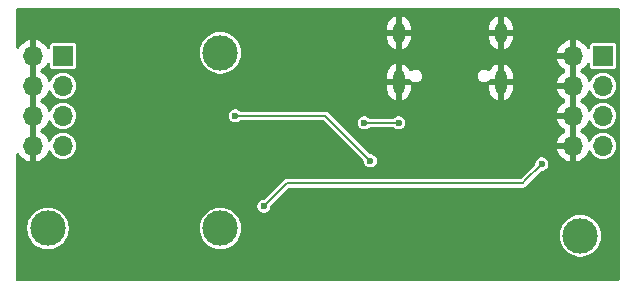
<source format=gbr>
%TF.GenerationSoftware,KiCad,Pcbnew,9.0.0*%
%TF.CreationDate,2025-03-06T17:29:06-05:00*%
%TF.ProjectId,USB-C-PD-Controller,5553422d-432d-4504-942d-436f6e74726f,rev?*%
%TF.SameCoordinates,Original*%
%TF.FileFunction,Copper,L2,Bot*%
%TF.FilePolarity,Positive*%
%FSLAX46Y46*%
G04 Gerber Fmt 4.6, Leading zero omitted, Abs format (unit mm)*
G04 Created by KiCad (PCBNEW 9.0.0) date 2025-03-06 17:29:06*
%MOMM*%
%LPD*%
G01*
G04 APERTURE LIST*
%TA.AperFunction,HeatsinkPad*%
%ADD10O,1.000000X2.100000*%
%TD*%
%TA.AperFunction,HeatsinkPad*%
%ADD11O,1.000000X1.800000*%
%TD*%
%TA.AperFunction,ComponentPad*%
%ADD12C,3.000000*%
%TD*%
%TA.AperFunction,ComponentPad*%
%ADD13R,1.700000X1.700000*%
%TD*%
%TA.AperFunction,ComponentPad*%
%ADD14O,1.700000X1.700000*%
%TD*%
%TA.AperFunction,ViaPad*%
%ADD15C,0.600000*%
%TD*%
%TA.AperFunction,Conductor*%
%ADD16C,0.203200*%
%TD*%
G04 APERTURE END LIST*
D10*
%TO.P,J201,S1,SHIELD*%
%TO.N,GNDD*%
X150370000Y-111078500D03*
D11*
X150370000Y-106898500D03*
D10*
X141730000Y-111078500D03*
D11*
X141730000Y-106898500D03*
%TD*%
D12*
%TO.P,TP201,1,1*%
%TO.N,/USB-C PD Controller/V_USB*%
X126617000Y-123467500D03*
%TD*%
%TO.P,TP203,1,1*%
%TO.N,+15V*%
X112014000Y-123467500D03*
%TD*%
%TO.P,TP202,1,1*%
%TO.N,/USB-C PD Controller/VDDD*%
X126619000Y-108608500D03*
%TD*%
%TO.P,TP204,1,1*%
%TO.N,+5V*%
X157099000Y-124102500D03*
%TD*%
D13*
%TO.P,J1,1,Pin_1*%
%TO.N,+15V*%
X113284000Y-108862500D03*
D14*
%TO.P,J1,2,Pin_2*%
%TO.N,GNDD*%
X110744000Y-108862500D03*
%TO.P,J1,3,Pin_3*%
%TO.N,+15V*%
X113284000Y-111402500D03*
%TO.P,J1,4,Pin_4*%
%TO.N,GNDD*%
X110744000Y-111402500D03*
%TO.P,J1,5,Pin_5*%
%TO.N,+15V*%
X113284000Y-113942500D03*
%TO.P,J1,6,Pin_6*%
%TO.N,GNDD*%
X110744000Y-113942500D03*
%TO.P,J1,7,Pin_7*%
%TO.N,+15V*%
X113284000Y-116482500D03*
%TO.P,J1,8,Pin_8*%
%TO.N,GNDD*%
X110744000Y-116482500D03*
%TD*%
D13*
%TO.P,J2,1,Pin_1*%
%TO.N,+5V*%
X159004000Y-108862500D03*
D14*
%TO.P,J2,2,Pin_2*%
%TO.N,GNDD*%
X156464000Y-108862500D03*
%TO.P,J2,3,Pin_3*%
%TO.N,+5V*%
X159004000Y-111402500D03*
%TO.P,J2,4,Pin_4*%
%TO.N,GNDD*%
X156464000Y-111402500D03*
%TO.P,J2,5,Pin_5*%
%TO.N,+5V*%
X159004000Y-113942500D03*
%TO.P,J2,6,Pin_6*%
%TO.N,GNDD*%
X156464000Y-113942500D03*
%TO.P,J2,7,Pin_7*%
%TO.N,+5V*%
X159004000Y-116482500D03*
%TO.P,J2,8,Pin_8*%
%TO.N,GNDD*%
X156464000Y-116482500D03*
%TD*%
D15*
%TO.N,GNDD*%
X132588000Y-108354500D03*
X129120500Y-110171000D03*
X137668000Y-108354500D03*
X127635000Y-116736500D03*
X135890000Y-108354500D03*
X133731000Y-117625500D03*
X146050000Y-115924094D03*
X133731000Y-122959500D03*
X138176000Y-120927500D03*
X136779000Y-112926500D03*
X151511000Y-113434500D03*
X135382000Y-122959500D03*
X134239000Y-108354500D03*
%TO.N,+15V*%
X127889000Y-113942500D03*
X139319000Y-117752500D03*
%TO.N,/USB-C PD Controller/V_USB*%
X141700373Y-114545873D03*
X138811000Y-114545873D03*
%TO.N,Net-(Q203A-G1)*%
X130302000Y-121606373D03*
X153840000Y-118025500D03*
%TD*%
D16*
%TO.N,+15V*%
X139319000Y-117752500D02*
X135509000Y-113942500D01*
X135509000Y-113942500D02*
X127889000Y-113942500D01*
%TO.N,/USB-C PD Controller/V_USB*%
X138811000Y-114545873D02*
X141700373Y-114545873D01*
%TO.N,Net-(Q203A-G1)*%
X132250873Y-119657500D02*
X152208000Y-119657500D01*
X130302000Y-121606373D02*
X132250873Y-119657500D01*
X130300000Y-121633873D02*
X130327500Y-121606373D01*
X152362500Y-119503000D02*
X153840000Y-118025500D01*
X152208000Y-119657500D02*
X152362500Y-119503000D01*
%TD*%
%TA.AperFunction,Conductor*%
%TO.N,GNDD*%
G36*
X156714000Y-116049488D02*
G01*
X156656993Y-116016575D01*
X156529826Y-115982500D01*
X156398174Y-115982500D01*
X156271007Y-116016575D01*
X156214000Y-116049488D01*
X156214000Y-114375512D01*
X156271007Y-114408425D01*
X156398174Y-114442500D01*
X156529826Y-114442500D01*
X156656993Y-114408425D01*
X156714000Y-114375512D01*
X156714000Y-116049488D01*
G37*
%TD.AperFunction*%
%TA.AperFunction,Conductor*%
G36*
X156714000Y-113509488D02*
G01*
X156656993Y-113476575D01*
X156529826Y-113442500D01*
X156398174Y-113442500D01*
X156271007Y-113476575D01*
X156214000Y-113509488D01*
X156214000Y-111835512D01*
X156271007Y-111868425D01*
X156398174Y-111902500D01*
X156529826Y-111902500D01*
X156656993Y-111868425D01*
X156714000Y-111835512D01*
X156714000Y-113509488D01*
G37*
%TD.AperFunction*%
%TA.AperFunction,Conductor*%
G36*
X156714000Y-110969488D02*
G01*
X156656993Y-110936575D01*
X156529826Y-110902500D01*
X156398174Y-110902500D01*
X156271007Y-110936575D01*
X156214000Y-110969488D01*
X156214000Y-109295512D01*
X156271007Y-109328425D01*
X156398174Y-109362500D01*
X156529826Y-109362500D01*
X156656993Y-109328425D01*
X156714000Y-109295512D01*
X156714000Y-110969488D01*
G37*
%TD.AperFunction*%
%TA.AperFunction,Conductor*%
G36*
X160351539Y-104810685D02*
G01*
X160397294Y-104863489D01*
X160408500Y-104915000D01*
X160408500Y-127796000D01*
X160388815Y-127863039D01*
X160336011Y-127908794D01*
X160284500Y-127920000D01*
X109463500Y-127920000D01*
X109396461Y-127900315D01*
X109350706Y-127847511D01*
X109339500Y-127796000D01*
X109339500Y-123352510D01*
X110259500Y-123352510D01*
X110259500Y-123582489D01*
X110259501Y-123582505D01*
X110289518Y-123810509D01*
X110289519Y-123810514D01*
X110289520Y-123810520D01*
X110336944Y-123987510D01*
X110349046Y-124032675D01*
X110349049Y-124032685D01*
X110437057Y-124245154D01*
X110437061Y-124245164D01*
X110552055Y-124444339D01*
X110692064Y-124626803D01*
X110692070Y-124626810D01*
X110854689Y-124789429D01*
X110854696Y-124789435D01*
X111037160Y-124929444D01*
X111236335Y-125044438D01*
X111236336Y-125044438D01*
X111236339Y-125044440D01*
X111448824Y-125132454D01*
X111670980Y-125191980D01*
X111899004Y-125222000D01*
X111899011Y-125222000D01*
X112128989Y-125222000D01*
X112128996Y-125222000D01*
X112357020Y-125191980D01*
X112579176Y-125132454D01*
X112791661Y-125044440D01*
X112990840Y-124929444D01*
X113173305Y-124789434D01*
X113335934Y-124626805D01*
X113475944Y-124444340D01*
X113590940Y-124245161D01*
X113678954Y-124032676D01*
X113738480Y-123810520D01*
X113768500Y-123582496D01*
X113768500Y-123352510D01*
X124862500Y-123352510D01*
X124862500Y-123582489D01*
X124862501Y-123582505D01*
X124892518Y-123810509D01*
X124892519Y-123810514D01*
X124892520Y-123810520D01*
X124939944Y-123987510D01*
X124952046Y-124032675D01*
X124952049Y-124032685D01*
X125040057Y-124245154D01*
X125040061Y-124245164D01*
X125155055Y-124444339D01*
X125295064Y-124626803D01*
X125295070Y-124626810D01*
X125457689Y-124789429D01*
X125457696Y-124789435D01*
X125640160Y-124929444D01*
X125839335Y-125044438D01*
X125839336Y-125044438D01*
X125839339Y-125044440D01*
X126051824Y-125132454D01*
X126273980Y-125191980D01*
X126502004Y-125222000D01*
X126502011Y-125222000D01*
X126731989Y-125222000D01*
X126731996Y-125222000D01*
X126960020Y-125191980D01*
X127182176Y-125132454D01*
X127394661Y-125044440D01*
X127593840Y-124929444D01*
X127776305Y-124789434D01*
X127938934Y-124626805D01*
X128078944Y-124444340D01*
X128193940Y-124245161D01*
X128281954Y-124032676D01*
X128294056Y-123987510D01*
X155344500Y-123987510D01*
X155344500Y-124217489D01*
X155344501Y-124217505D01*
X155374518Y-124445509D01*
X155374519Y-124445514D01*
X155374520Y-124445520D01*
X155423095Y-124626805D01*
X155434046Y-124667675D01*
X155434049Y-124667685D01*
X155522057Y-124880154D01*
X155522061Y-124880164D01*
X155637055Y-125079339D01*
X155777064Y-125261803D01*
X155777070Y-125261810D01*
X155939689Y-125424429D01*
X155939696Y-125424435D01*
X156122160Y-125564444D01*
X156321335Y-125679438D01*
X156321336Y-125679438D01*
X156321339Y-125679440D01*
X156533824Y-125767454D01*
X156755980Y-125826980D01*
X156984004Y-125857000D01*
X156984011Y-125857000D01*
X157213989Y-125857000D01*
X157213996Y-125857000D01*
X157442020Y-125826980D01*
X157664176Y-125767454D01*
X157876661Y-125679440D01*
X158075840Y-125564444D01*
X158258305Y-125424434D01*
X158420934Y-125261805D01*
X158560944Y-125079340D01*
X158675940Y-124880161D01*
X158763954Y-124667676D01*
X158823480Y-124445520D01*
X158853500Y-124217496D01*
X158853500Y-123987504D01*
X158823480Y-123759480D01*
X158763954Y-123537324D01*
X158675940Y-123324839D01*
X158560944Y-123125660D01*
X158420934Y-122943195D01*
X158420929Y-122943189D01*
X158258310Y-122780570D01*
X158258303Y-122780564D01*
X158075839Y-122640555D01*
X157876664Y-122525561D01*
X157876654Y-122525557D01*
X157664185Y-122437549D01*
X157664178Y-122437547D01*
X157664176Y-122437546D01*
X157442020Y-122378020D01*
X157442014Y-122378019D01*
X157442009Y-122378018D01*
X157214005Y-122348001D01*
X157214002Y-122348000D01*
X157213996Y-122348000D01*
X156984004Y-122348000D01*
X156983998Y-122348000D01*
X156983994Y-122348001D01*
X156755990Y-122378018D01*
X156755983Y-122378019D01*
X156755980Y-122378020D01*
X156533824Y-122437546D01*
X156533814Y-122437549D01*
X156321345Y-122525557D01*
X156321335Y-122525561D01*
X156122160Y-122640555D01*
X155939696Y-122780564D01*
X155939689Y-122780570D01*
X155777070Y-122943189D01*
X155777064Y-122943196D01*
X155637055Y-123125660D01*
X155522061Y-123324835D01*
X155522057Y-123324845D01*
X155434049Y-123537314D01*
X155434046Y-123537324D01*
X155374521Y-123759477D01*
X155374518Y-123759490D01*
X155344501Y-123987494D01*
X155344500Y-123987510D01*
X128294056Y-123987510D01*
X128341480Y-123810520D01*
X128371500Y-123582496D01*
X128371500Y-123352504D01*
X128341480Y-123124480D01*
X128281954Y-122902324D01*
X128193940Y-122689839D01*
X128165486Y-122640556D01*
X128078944Y-122490660D01*
X127938935Y-122308196D01*
X127938929Y-122308189D01*
X127776310Y-122145570D01*
X127776303Y-122145564D01*
X127593839Y-122005555D01*
X127394664Y-121890561D01*
X127394654Y-121890557D01*
X127182185Y-121802549D01*
X127182178Y-121802547D01*
X127182176Y-121802546D01*
X126960020Y-121743020D01*
X126960014Y-121743019D01*
X126960009Y-121743018D01*
X126732005Y-121713001D01*
X126732002Y-121713000D01*
X126731996Y-121713000D01*
X126502004Y-121713000D01*
X126501998Y-121713000D01*
X126501994Y-121713001D01*
X126273990Y-121743018D01*
X126273983Y-121743019D01*
X126273980Y-121743020D01*
X126051824Y-121802546D01*
X126051814Y-121802549D01*
X125839345Y-121890557D01*
X125839335Y-121890561D01*
X125640160Y-122005555D01*
X125457696Y-122145564D01*
X125457689Y-122145570D01*
X125295070Y-122308189D01*
X125295064Y-122308196D01*
X125155055Y-122490660D01*
X125040061Y-122689835D01*
X125040057Y-122689845D01*
X124952049Y-122902314D01*
X124952046Y-122902324D01*
X124941095Y-122943196D01*
X124892521Y-123124477D01*
X124892518Y-123124490D01*
X124862501Y-123352494D01*
X124862500Y-123352510D01*
X113768500Y-123352510D01*
X113768500Y-123352504D01*
X113738480Y-123124480D01*
X113678954Y-122902324D01*
X113590940Y-122689839D01*
X113562486Y-122640556D01*
X113475944Y-122490660D01*
X113335935Y-122308196D01*
X113335929Y-122308189D01*
X113173310Y-122145570D01*
X113173303Y-122145564D01*
X112990839Y-122005555D01*
X112791664Y-121890561D01*
X112791654Y-121890557D01*
X112579185Y-121802549D01*
X112579178Y-121802547D01*
X112579176Y-121802546D01*
X112357020Y-121743020D01*
X112357014Y-121743019D01*
X112357009Y-121743018D01*
X112129005Y-121713001D01*
X112129002Y-121713000D01*
X112128996Y-121713000D01*
X111899004Y-121713000D01*
X111898998Y-121713000D01*
X111898994Y-121713001D01*
X111670990Y-121743018D01*
X111670983Y-121743019D01*
X111670980Y-121743020D01*
X111448824Y-121802546D01*
X111448814Y-121802549D01*
X111236345Y-121890557D01*
X111236335Y-121890561D01*
X111037160Y-122005555D01*
X110854696Y-122145564D01*
X110854689Y-122145570D01*
X110692070Y-122308189D01*
X110692064Y-122308196D01*
X110552055Y-122490660D01*
X110437061Y-122689835D01*
X110437057Y-122689845D01*
X110349049Y-122902314D01*
X110349046Y-122902324D01*
X110338095Y-122943196D01*
X110289521Y-123124477D01*
X110289518Y-123124490D01*
X110259501Y-123352494D01*
X110259500Y-123352510D01*
X109339500Y-123352510D01*
X109339500Y-121533372D01*
X129747500Y-121533372D01*
X129747500Y-121679374D01*
X129780505Y-121802549D01*
X129785288Y-121820401D01*
X129785289Y-121820404D01*
X129858286Y-121946840D01*
X129858288Y-121946843D01*
X129858289Y-121946844D01*
X129961529Y-122050084D01*
X130087971Y-122123085D01*
X130228999Y-122160873D01*
X130229001Y-122160873D01*
X130374999Y-122160873D01*
X130375001Y-122160873D01*
X130516029Y-122123085D01*
X130642471Y-122050084D01*
X130745711Y-121946844D01*
X130818712Y-121820402D01*
X130856500Y-121679374D01*
X130856500Y-121606837D01*
X130876185Y-121539798D01*
X130892819Y-121519156D01*
X132362056Y-120049919D01*
X132423379Y-120016434D01*
X132449737Y-120013600D01*
X152254878Y-120013600D01*
X152254881Y-120013600D01*
X152300165Y-120001466D01*
X152345447Y-119989334D01*
X152345447Y-119989333D01*
X152345450Y-119989333D01*
X152426651Y-119942451D01*
X152647451Y-119721651D01*
X153752783Y-118616319D01*
X153814106Y-118582834D01*
X153840464Y-118580000D01*
X153912999Y-118580000D01*
X153913001Y-118580000D01*
X154054029Y-118542212D01*
X154180471Y-118469211D01*
X154283711Y-118365971D01*
X154356712Y-118239529D01*
X154394500Y-118098501D01*
X154394500Y-117952499D01*
X154356712Y-117811471D01*
X154320211Y-117748250D01*
X154283713Y-117685032D01*
X154283709Y-117685027D01*
X154180472Y-117581790D01*
X154180467Y-117581786D01*
X154054031Y-117508789D01*
X154054030Y-117508788D01*
X154054029Y-117508788D01*
X153913001Y-117471000D01*
X153766999Y-117471000D01*
X153625971Y-117508788D01*
X153625968Y-117508789D01*
X153499532Y-117581786D01*
X153499527Y-117581790D01*
X153396290Y-117685027D01*
X153396286Y-117685032D01*
X153323289Y-117811468D01*
X153323288Y-117811471D01*
X153285500Y-117952499D01*
X153285500Y-118025036D01*
X153265815Y-118092075D01*
X153249181Y-118112717D01*
X152096817Y-119265081D01*
X152035494Y-119298566D01*
X152009136Y-119301400D01*
X132305366Y-119301400D01*
X132305350Y-119301399D01*
X132297754Y-119301399D01*
X132203992Y-119301399D01*
X132203990Y-119301399D01*
X132132563Y-119320537D01*
X132132562Y-119320538D01*
X132124473Y-119322705D01*
X132113424Y-119325666D01*
X132113422Y-119325667D01*
X132032222Y-119372549D01*
X132032219Y-119372551D01*
X130389217Y-121015554D01*
X130327894Y-121049039D01*
X130301536Y-121051873D01*
X130228999Y-121051873D01*
X130087971Y-121089661D01*
X130087968Y-121089662D01*
X129961532Y-121162659D01*
X129961527Y-121162663D01*
X129858290Y-121265900D01*
X129858286Y-121265905D01*
X129785289Y-121392341D01*
X129785288Y-121392344D01*
X129747500Y-121533372D01*
X109339500Y-121533372D01*
X109339500Y-117216140D01*
X109359185Y-117149101D01*
X109411989Y-117103346D01*
X109481147Y-117093402D01*
X109544703Y-117122427D01*
X109573985Y-117159845D01*
X109589379Y-117190058D01*
X109714272Y-117361959D01*
X109714276Y-117361964D01*
X109864535Y-117512223D01*
X109864540Y-117512227D01*
X110036442Y-117637120D01*
X110225782Y-117733595D01*
X110427871Y-117799257D01*
X110494000Y-117809731D01*
X110494000Y-116915512D01*
X110551007Y-116948425D01*
X110678174Y-116982500D01*
X110809826Y-116982500D01*
X110936993Y-116948425D01*
X110994000Y-116915512D01*
X110994000Y-117809731D01*
X111060126Y-117799257D01*
X111060129Y-117799257D01*
X111262217Y-117733595D01*
X111451557Y-117637120D01*
X111623459Y-117512227D01*
X111623464Y-117512223D01*
X111773723Y-117361964D01*
X111773727Y-117361959D01*
X111898620Y-117190057D01*
X111995093Y-117000721D01*
X112025134Y-116908262D01*
X112064571Y-116850586D01*
X112128929Y-116823387D01*
X112197776Y-116835301D01*
X112249252Y-116882544D01*
X112258197Y-116902125D01*
X112258554Y-116901978D01*
X112260417Y-116906475D01*
X112260419Y-116906478D01*
X112260420Y-116906481D01*
X112339347Y-117061384D01*
X112441535Y-117202033D01*
X112564467Y-117324965D01*
X112705116Y-117427153D01*
X112791171Y-117471000D01*
X112860021Y-117506081D01*
X113025358Y-117559802D01*
X113025359Y-117559802D01*
X113025362Y-117559803D01*
X113197074Y-117587000D01*
X113197075Y-117587000D01*
X113370925Y-117587000D01*
X113370926Y-117587000D01*
X113542638Y-117559803D01*
X113542641Y-117559802D01*
X113542642Y-117559802D01*
X113707978Y-117506081D01*
X113707978Y-117506080D01*
X113707981Y-117506080D01*
X113862884Y-117427153D01*
X114003533Y-117324965D01*
X114126465Y-117202033D01*
X114228653Y-117061384D01*
X114307580Y-116906481D01*
X114361303Y-116741138D01*
X114388500Y-116569426D01*
X114388500Y-116395574D01*
X114361303Y-116223862D01*
X114361302Y-116223858D01*
X114361302Y-116223857D01*
X114307581Y-116058521D01*
X114228652Y-115903615D01*
X114126465Y-115762967D01*
X114003533Y-115640035D01*
X113862884Y-115537847D01*
X113707978Y-115458918D01*
X113542641Y-115405197D01*
X113413854Y-115384799D01*
X113370926Y-115378000D01*
X113197074Y-115378000D01*
X113139836Y-115387065D01*
X113025360Y-115405197D01*
X113025357Y-115405197D01*
X112860021Y-115458918D01*
X112705115Y-115537847D01*
X112624869Y-115596149D01*
X112564467Y-115640035D01*
X112564465Y-115640037D01*
X112564464Y-115640037D01*
X112441537Y-115762964D01*
X112441537Y-115762965D01*
X112441535Y-115762967D01*
X112397649Y-115823369D01*
X112339347Y-115903615D01*
X112260417Y-116058524D01*
X112258554Y-116063022D01*
X112257118Y-116062427D01*
X112221529Y-116114439D01*
X112157162Y-116141616D01*
X112088319Y-116129680D01*
X112036858Y-116082419D01*
X112025135Y-116056737D01*
X111995096Y-115964284D01*
X111898620Y-115774942D01*
X111773727Y-115603040D01*
X111773723Y-115603035D01*
X111623464Y-115452776D01*
X111623459Y-115452772D01*
X111451558Y-115327879D01*
X111441954Y-115322986D01*
X111391157Y-115275012D01*
X111374361Y-115207192D01*
X111396897Y-115141056D01*
X111441954Y-115102014D01*
X111451558Y-115097120D01*
X111623459Y-114972227D01*
X111623464Y-114972223D01*
X111773723Y-114821964D01*
X111773727Y-114821959D01*
X111898620Y-114650057D01*
X111995093Y-114460721D01*
X112025134Y-114368262D01*
X112064571Y-114310586D01*
X112128929Y-114283387D01*
X112197776Y-114295301D01*
X112249252Y-114342544D01*
X112258197Y-114362125D01*
X112258554Y-114361978D01*
X112260417Y-114366475D01*
X112260419Y-114366478D01*
X112260420Y-114366481D01*
X112339347Y-114521384D01*
X112441535Y-114662033D01*
X112564467Y-114784965D01*
X112705116Y-114887153D01*
X112772836Y-114921658D01*
X112860021Y-114966081D01*
X113025358Y-115019802D01*
X113025359Y-115019802D01*
X113025362Y-115019803D01*
X113197074Y-115047000D01*
X113197075Y-115047000D01*
X113370925Y-115047000D01*
X113370926Y-115047000D01*
X113542638Y-115019803D01*
X113542641Y-115019802D01*
X113542642Y-115019802D01*
X113707978Y-114966081D01*
X113707978Y-114966080D01*
X113707981Y-114966080D01*
X113862884Y-114887153D01*
X114003533Y-114784965D01*
X114126465Y-114662033D01*
X114228653Y-114521384D01*
X114307580Y-114366481D01*
X114345587Y-114249507D01*
X114361302Y-114201142D01*
X114361302Y-114201141D01*
X114361303Y-114201138D01*
X114388500Y-114029426D01*
X114388500Y-113869499D01*
X127334500Y-113869499D01*
X127334500Y-114015501D01*
X127366652Y-114135493D01*
X127372288Y-114156528D01*
X127372289Y-114156531D01*
X127445286Y-114282967D01*
X127445288Y-114282970D01*
X127445289Y-114282971D01*
X127548529Y-114386211D01*
X127674971Y-114459212D01*
X127815999Y-114497000D01*
X127816001Y-114497000D01*
X127961999Y-114497000D01*
X127962001Y-114497000D01*
X128103029Y-114459212D01*
X128229471Y-114386211D01*
X128280763Y-114334919D01*
X128342086Y-114301434D01*
X128368444Y-114298600D01*
X135310136Y-114298600D01*
X135377175Y-114318285D01*
X135397817Y-114334919D01*
X138728181Y-117665283D01*
X138761666Y-117726606D01*
X138764500Y-117752964D01*
X138764500Y-117825501D01*
X138798530Y-117952501D01*
X138802288Y-117966528D01*
X138802289Y-117966531D01*
X138875286Y-118092967D01*
X138875288Y-118092970D01*
X138875289Y-118092971D01*
X138978529Y-118196211D01*
X139104971Y-118269212D01*
X139245999Y-118307000D01*
X139246001Y-118307000D01*
X139391999Y-118307000D01*
X139392001Y-118307000D01*
X139533029Y-118269212D01*
X139659471Y-118196211D01*
X139762711Y-118092971D01*
X139835712Y-117966529D01*
X139873500Y-117825501D01*
X139873500Y-117679499D01*
X139835712Y-117538471D01*
X139762711Y-117412029D01*
X139659471Y-117308789D01*
X139659470Y-117308788D01*
X139659467Y-117308786D01*
X139533031Y-117235789D01*
X139533030Y-117235788D01*
X139533029Y-117235788D01*
X139392001Y-117198000D01*
X139392000Y-117198000D01*
X139319464Y-117198000D01*
X139252425Y-117178315D01*
X139231783Y-117161681D01*
X136542974Y-114472872D01*
X138256500Y-114472872D01*
X138256500Y-114618874D01*
X138271845Y-114676140D01*
X138294288Y-114759901D01*
X138294289Y-114759904D01*
X138367286Y-114886340D01*
X138367288Y-114886343D01*
X138367289Y-114886344D01*
X138470529Y-114989584D01*
X138596971Y-115062585D01*
X138737999Y-115100373D01*
X138738001Y-115100373D01*
X138883999Y-115100373D01*
X138884001Y-115100373D01*
X139025029Y-115062585D01*
X139151471Y-114989584D01*
X139202763Y-114938292D01*
X139264086Y-114904807D01*
X139290444Y-114901973D01*
X141220929Y-114901973D01*
X141287968Y-114921658D01*
X141308610Y-114938292D01*
X141359902Y-114989584D01*
X141486344Y-115062585D01*
X141627372Y-115100373D01*
X141627374Y-115100373D01*
X141773372Y-115100373D01*
X141773374Y-115100373D01*
X141914402Y-115062585D01*
X142040844Y-114989584D01*
X142144084Y-114886344D01*
X142217085Y-114759902D01*
X142254873Y-114618874D01*
X142254873Y-114472872D01*
X142217085Y-114331844D01*
X142179064Y-114265990D01*
X142151032Y-114217436D01*
X142151031Y-114217435D01*
X142144084Y-114205402D01*
X142040845Y-114102163D01*
X142040840Y-114102159D01*
X141914404Y-114029162D01*
X141914403Y-114029161D01*
X141914402Y-114029161D01*
X141773374Y-113991373D01*
X141627372Y-113991373D01*
X141486344Y-114029161D01*
X141486341Y-114029162D01*
X141359905Y-114102159D01*
X141359900Y-114102163D01*
X141308610Y-114153454D01*
X141247287Y-114186939D01*
X141220929Y-114189773D01*
X139290444Y-114189773D01*
X139223405Y-114170088D01*
X139202763Y-114153454D01*
X139151472Y-114102163D01*
X139151467Y-114102159D01*
X139025031Y-114029162D01*
X139025030Y-114029161D01*
X139025029Y-114029161D01*
X138884001Y-113991373D01*
X138737999Y-113991373D01*
X138596971Y-114029161D01*
X138596968Y-114029162D01*
X138470532Y-114102159D01*
X138470527Y-114102163D01*
X138367290Y-114205400D01*
X138367286Y-114205405D01*
X138294289Y-114331841D01*
X138294288Y-114331844D01*
X138256500Y-114472872D01*
X136542974Y-114472872D01*
X135727653Y-113657551D01*
X135727651Y-113657549D01*
X135646450Y-113610667D01*
X135646447Y-113610665D01*
X135555884Y-113586400D01*
X135555881Y-113586400D01*
X128368444Y-113586400D01*
X128301405Y-113566715D01*
X128280763Y-113550081D01*
X128229472Y-113498790D01*
X128229467Y-113498786D01*
X128103031Y-113425789D01*
X128103030Y-113425788D01*
X128103029Y-113425788D01*
X127962001Y-113388000D01*
X127815999Y-113388000D01*
X127674971Y-113425788D01*
X127674968Y-113425789D01*
X127548532Y-113498786D01*
X127548527Y-113498790D01*
X127445290Y-113602027D01*
X127445286Y-113602032D01*
X127372289Y-113728468D01*
X127372288Y-113728471D01*
X127334500Y-113869499D01*
X114388500Y-113869499D01*
X114388500Y-113855574D01*
X114361303Y-113683862D01*
X114361302Y-113683858D01*
X114361302Y-113683857D01*
X114307581Y-113518521D01*
X114306672Y-113516737D01*
X114228653Y-113363616D01*
X114126465Y-113222967D01*
X114003533Y-113100035D01*
X113862884Y-112997847D01*
X113707978Y-112918918D01*
X113542641Y-112865197D01*
X113413854Y-112844799D01*
X113370926Y-112838000D01*
X113197074Y-112838000D01*
X113139836Y-112847065D01*
X113025360Y-112865197D01*
X113025357Y-112865197D01*
X112860021Y-112918918D01*
X112705115Y-112997847D01*
X112624869Y-113056149D01*
X112564467Y-113100035D01*
X112564465Y-113100037D01*
X112564464Y-113100037D01*
X112441537Y-113222964D01*
X112441537Y-113222965D01*
X112441535Y-113222967D01*
X112397649Y-113283369D01*
X112339347Y-113363615D01*
X112260417Y-113518524D01*
X112258554Y-113523022D01*
X112257118Y-113522427D01*
X112221529Y-113574439D01*
X112157162Y-113601616D01*
X112088319Y-113589680D01*
X112036858Y-113542419D01*
X112025135Y-113516737D01*
X111995096Y-113424284D01*
X111898620Y-113234942D01*
X111773727Y-113063040D01*
X111773723Y-113063035D01*
X111623464Y-112912776D01*
X111623459Y-112912772D01*
X111451558Y-112787879D01*
X111441954Y-112782986D01*
X111391157Y-112735012D01*
X111374361Y-112667192D01*
X111396897Y-112601056D01*
X111441954Y-112562014D01*
X111451558Y-112557120D01*
X111623459Y-112432227D01*
X111623464Y-112432223D01*
X111773723Y-112281964D01*
X111773727Y-112281959D01*
X111898620Y-112110057D01*
X111995093Y-111920721D01*
X112025134Y-111828262D01*
X112064571Y-111770586D01*
X112128929Y-111743387D01*
X112197776Y-111755301D01*
X112249252Y-111802544D01*
X112258197Y-111822125D01*
X112258554Y-111821978D01*
X112260417Y-111826475D01*
X112260419Y-111826478D01*
X112260420Y-111826481D01*
X112339347Y-111981384D01*
X112441535Y-112122033D01*
X112564467Y-112244965D01*
X112705116Y-112347153D01*
X112819134Y-112405248D01*
X112860021Y-112426081D01*
X113025358Y-112479802D01*
X113025359Y-112479802D01*
X113025362Y-112479803D01*
X113197074Y-112507000D01*
X113197075Y-112507000D01*
X113370925Y-112507000D01*
X113370926Y-112507000D01*
X113542638Y-112479803D01*
X113542641Y-112479802D01*
X113542642Y-112479802D01*
X113707978Y-112426081D01*
X113707978Y-112426080D01*
X113707981Y-112426080D01*
X113862884Y-112347153D01*
X114003533Y-112244965D01*
X114126465Y-112122033D01*
X114228653Y-111981384D01*
X114307580Y-111826481D01*
X114330708Y-111755301D01*
X114361302Y-111661142D01*
X114361302Y-111661141D01*
X114361303Y-111661138D01*
X114388500Y-111489426D01*
X114388500Y-111315574D01*
X114361303Y-111143862D01*
X114361302Y-111143858D01*
X114361302Y-111143857D01*
X114307581Y-110978521D01*
X114268846Y-110902500D01*
X114228653Y-110823616D01*
X114126465Y-110682967D01*
X114003533Y-110560035D01*
X113862884Y-110457847D01*
X113808239Y-110430004D01*
X140730000Y-110430004D01*
X140730000Y-110828500D01*
X141430000Y-110828500D01*
X141430000Y-111328500D01*
X140730000Y-111328500D01*
X140730000Y-111726995D01*
X140768427Y-111920181D01*
X140768430Y-111920193D01*
X140843807Y-112102171D01*
X140843814Y-112102184D01*
X140953248Y-112265962D01*
X140953251Y-112265966D01*
X141092533Y-112405248D01*
X141092537Y-112405251D01*
X141256315Y-112514685D01*
X141256328Y-112514692D01*
X141438308Y-112590069D01*
X141480000Y-112598362D01*
X141480000Y-111795488D01*
X141489940Y-111812705D01*
X141545795Y-111868560D01*
X141614204Y-111908056D01*
X141690504Y-111928500D01*
X141769496Y-111928500D01*
X141845796Y-111908056D01*
X141914205Y-111868560D01*
X141970060Y-111812705D01*
X141980000Y-111795488D01*
X141980000Y-112598362D01*
X142021690Y-112590069D01*
X142021692Y-112590069D01*
X142203671Y-112514692D01*
X142203684Y-112514685D01*
X142367462Y-112405251D01*
X142367466Y-112405248D01*
X142506748Y-112265966D01*
X142506751Y-112265962D01*
X142616185Y-112102184D01*
X142616192Y-112102171D01*
X142691569Y-111920193D01*
X142691572Y-111920181D01*
X142729999Y-111726995D01*
X142730000Y-111726992D01*
X142730000Y-111328500D01*
X142030000Y-111328500D01*
X142030000Y-110828500D01*
X142625950Y-110828500D01*
X142692989Y-110848185D01*
X142733337Y-110890499D01*
X142739492Y-110901161D01*
X142739495Y-110901165D01*
X142837335Y-110999005D01*
X142957164Y-111068188D01*
X143090817Y-111104000D01*
X143090819Y-111104000D01*
X143229181Y-111104000D01*
X143229183Y-111104000D01*
X143362836Y-111068188D01*
X143482665Y-110999005D01*
X143580505Y-110901165D01*
X143649688Y-110781336D01*
X143685500Y-110647683D01*
X143685500Y-110509317D01*
X148414500Y-110509317D01*
X148414500Y-110647683D01*
X148435259Y-110725155D01*
X148450312Y-110781335D01*
X148450313Y-110781338D01*
X148519492Y-110901161D01*
X148519494Y-110901164D01*
X148519495Y-110901165D01*
X148617335Y-110999005D01*
X148737164Y-111068188D01*
X148870817Y-111104000D01*
X148870819Y-111104000D01*
X149009181Y-111104000D01*
X149009183Y-111104000D01*
X149142836Y-111068188D01*
X149262665Y-110999005D01*
X149360505Y-110901165D01*
X149366663Y-110890499D01*
X149417231Y-110842284D01*
X149474050Y-110828500D01*
X150070000Y-110828500D01*
X150070000Y-111328500D01*
X149370000Y-111328500D01*
X149370000Y-111726995D01*
X149408427Y-111920181D01*
X149408430Y-111920193D01*
X149483807Y-112102171D01*
X149483814Y-112102184D01*
X149593248Y-112265962D01*
X149593251Y-112265966D01*
X149732533Y-112405248D01*
X149732537Y-112405251D01*
X149896315Y-112514685D01*
X149896328Y-112514692D01*
X150078308Y-112590069D01*
X150120000Y-112598362D01*
X150120000Y-111795488D01*
X150129940Y-111812705D01*
X150185795Y-111868560D01*
X150254204Y-111908056D01*
X150330504Y-111928500D01*
X150409496Y-111928500D01*
X150485796Y-111908056D01*
X150554205Y-111868560D01*
X150610060Y-111812705D01*
X150620000Y-111795488D01*
X150620000Y-112598362D01*
X150661690Y-112590069D01*
X150661692Y-112590069D01*
X150843671Y-112514692D01*
X150843684Y-112514685D01*
X151007462Y-112405251D01*
X151007466Y-112405248D01*
X151146748Y-112265966D01*
X151146751Y-112265962D01*
X151256185Y-112102184D01*
X151256192Y-112102171D01*
X151331569Y-111920193D01*
X151331572Y-111920181D01*
X151369999Y-111726995D01*
X151370000Y-111726992D01*
X151370000Y-111328500D01*
X150670000Y-111328500D01*
X150670000Y-110828500D01*
X151370000Y-110828500D01*
X151370000Y-110430008D01*
X151369999Y-110430004D01*
X151331572Y-110236818D01*
X151331569Y-110236806D01*
X151256192Y-110054828D01*
X151256185Y-110054815D01*
X151146751Y-109891037D01*
X151146748Y-109891033D01*
X151007466Y-109751751D01*
X151007462Y-109751748D01*
X150843684Y-109642314D01*
X150843671Y-109642307D01*
X150661691Y-109566929D01*
X150661683Y-109566927D01*
X150620000Y-109558635D01*
X150620000Y-110361511D01*
X150610060Y-110344295D01*
X150554205Y-110288440D01*
X150485796Y-110248944D01*
X150409496Y-110228500D01*
X150330504Y-110228500D01*
X150254204Y-110248944D01*
X150185795Y-110288440D01*
X150129940Y-110344295D01*
X150120000Y-110361511D01*
X150120000Y-109558636D01*
X150119999Y-109558635D01*
X150078316Y-109566927D01*
X150078308Y-109566929D01*
X149896328Y-109642307D01*
X149896315Y-109642314D01*
X149732537Y-109751748D01*
X149732533Y-109751751D01*
X149593251Y-109891033D01*
X149593248Y-109891037D01*
X149483814Y-110054815D01*
X149483807Y-110054828D01*
X149459838Y-110112697D01*
X149415997Y-110167101D01*
X149349703Y-110189166D01*
X149282004Y-110171887D01*
X149269624Y-110162270D01*
X149269110Y-110162941D01*
X149262661Y-110157992D01*
X149142838Y-110088813D01*
X149142837Y-110088812D01*
X149142836Y-110088812D01*
X149009183Y-110053000D01*
X148870817Y-110053000D01*
X148737164Y-110088812D01*
X148737161Y-110088813D01*
X148617338Y-110157992D01*
X148617333Y-110157996D01*
X148519496Y-110255833D01*
X148519492Y-110255838D01*
X148450313Y-110375661D01*
X148450312Y-110375664D01*
X148414500Y-110509317D01*
X143685500Y-110509317D01*
X143649688Y-110375664D01*
X143604849Y-110298000D01*
X143580507Y-110255838D01*
X143580503Y-110255833D01*
X143482666Y-110157996D01*
X143482661Y-110157992D01*
X143362838Y-110088813D01*
X143362837Y-110088812D01*
X143362836Y-110088812D01*
X143229183Y-110053000D01*
X143090817Y-110053000D01*
X142957164Y-110088812D01*
X142957161Y-110088813D01*
X142837338Y-110157992D01*
X142830890Y-110162941D01*
X142828883Y-110160325D01*
X142780991Y-110186431D01*
X142711303Y-110181395D01*
X142655400Y-110139482D01*
X142640160Y-110112696D01*
X142616189Y-110054822D01*
X142616185Y-110054815D01*
X142506751Y-109891037D01*
X142506748Y-109891033D01*
X142367466Y-109751751D01*
X142367462Y-109751748D01*
X142203684Y-109642314D01*
X142203671Y-109642307D01*
X142021691Y-109566929D01*
X142021683Y-109566927D01*
X141980000Y-109558635D01*
X141980000Y-110361511D01*
X141970060Y-110344295D01*
X141914205Y-110288440D01*
X141845796Y-110248944D01*
X141769496Y-110228500D01*
X141690504Y-110228500D01*
X141614204Y-110248944D01*
X141545795Y-110288440D01*
X141489940Y-110344295D01*
X141480000Y-110361511D01*
X141480000Y-109558636D01*
X141479999Y-109558635D01*
X141438316Y-109566927D01*
X141438308Y-109566929D01*
X141256328Y-109642307D01*
X141256315Y-109642314D01*
X141092537Y-109751748D01*
X141092533Y-109751751D01*
X140953251Y-109891033D01*
X140953248Y-109891037D01*
X140843814Y-110054815D01*
X140843807Y-110054828D01*
X140768430Y-110236806D01*
X140768427Y-110236818D01*
X140730000Y-110430004D01*
X113808239Y-110430004D01*
X113774286Y-110412704D01*
X113707978Y-110378918D01*
X113542641Y-110325197D01*
X113409704Y-110304142D01*
X113370926Y-110298000D01*
X113197074Y-110298000D01*
X113158296Y-110304142D01*
X113025360Y-110325197D01*
X113025357Y-110325197D01*
X112860021Y-110378918D01*
X112705115Y-110457847D01*
X112662232Y-110489004D01*
X112564467Y-110560035D01*
X112564465Y-110560037D01*
X112564464Y-110560037D01*
X112441537Y-110682964D01*
X112441537Y-110682965D01*
X112441535Y-110682967D01*
X112397649Y-110743369D01*
X112339347Y-110823615D01*
X112260417Y-110978524D01*
X112258554Y-110983022D01*
X112257118Y-110982427D01*
X112221529Y-111034439D01*
X112157162Y-111061616D01*
X112088319Y-111049680D01*
X112036858Y-111002419D01*
X112025135Y-110976737D01*
X111995096Y-110884284D01*
X111898620Y-110694942D01*
X111773727Y-110523040D01*
X111773723Y-110523035D01*
X111623464Y-110372776D01*
X111623459Y-110372772D01*
X111451558Y-110247879D01*
X111441954Y-110242986D01*
X111391157Y-110195012D01*
X111374361Y-110127192D01*
X111396897Y-110061056D01*
X111441954Y-110022014D01*
X111451558Y-110017120D01*
X111623459Y-109892227D01*
X111623464Y-109892223D01*
X111773723Y-109741964D01*
X111773727Y-109741959D01*
X111898622Y-109570055D01*
X111945015Y-109479004D01*
X111992989Y-109428208D01*
X112060810Y-109411412D01*
X112126945Y-109433949D01*
X112170397Y-109488664D01*
X112179500Y-109535297D01*
X112179500Y-109737563D01*
X112194266Y-109811801D01*
X112250515Y-109895984D01*
X112284234Y-109918514D01*
X112334699Y-109952234D01*
X112334702Y-109952234D01*
X112334703Y-109952235D01*
X112359666Y-109957200D01*
X112408933Y-109967000D01*
X114159066Y-109966999D01*
X114233301Y-109952234D01*
X114317484Y-109895984D01*
X114373734Y-109811801D01*
X114388500Y-109737567D01*
X114388499Y-108493510D01*
X124864500Y-108493510D01*
X124864500Y-108723489D01*
X124864501Y-108723505D01*
X124894518Y-108951509D01*
X124894519Y-108951514D01*
X124894520Y-108951520D01*
X124937654Y-109112500D01*
X124954046Y-109173675D01*
X124954049Y-109173685D01*
X125042057Y-109386154D01*
X125042061Y-109386164D01*
X125157055Y-109585339D01*
X125297064Y-109767803D01*
X125297070Y-109767810D01*
X125459689Y-109930429D01*
X125459696Y-109930435D01*
X125642160Y-110070444D01*
X125841335Y-110185438D01*
X125841336Y-110185438D01*
X125841339Y-110185440D01*
X126053824Y-110273454D01*
X126275980Y-110332980D01*
X126504004Y-110363000D01*
X126504011Y-110363000D01*
X126733989Y-110363000D01*
X126733996Y-110363000D01*
X126962020Y-110332980D01*
X127184176Y-110273454D01*
X127396661Y-110185440D01*
X127595840Y-110070444D01*
X127778305Y-109930434D01*
X127940934Y-109767805D01*
X128080944Y-109585340D01*
X128195940Y-109386161D01*
X128283954Y-109173676D01*
X128343480Y-108951520D01*
X128373500Y-108723496D01*
X128373500Y-108612500D01*
X155136769Y-108612500D01*
X156030988Y-108612500D01*
X155998075Y-108669507D01*
X155964000Y-108796674D01*
X155964000Y-108928326D01*
X155998075Y-109055493D01*
X156030988Y-109112500D01*
X155136769Y-109112500D01*
X155147242Y-109178626D01*
X155147242Y-109178629D01*
X155212904Y-109380717D01*
X155309379Y-109570057D01*
X155434272Y-109741959D01*
X155434276Y-109741964D01*
X155584535Y-109892223D01*
X155584540Y-109892227D01*
X155756444Y-110017122D01*
X155766048Y-110022016D01*
X155816844Y-110069991D01*
X155833638Y-110137812D01*
X155811100Y-110203947D01*
X155766048Y-110242984D01*
X155756444Y-110247877D01*
X155584540Y-110372772D01*
X155584535Y-110372776D01*
X155434276Y-110523035D01*
X155434272Y-110523040D01*
X155309379Y-110694942D01*
X155212904Y-110884282D01*
X155147242Y-111086370D01*
X155147242Y-111086373D01*
X155136769Y-111152500D01*
X156030988Y-111152500D01*
X155998075Y-111209507D01*
X155964000Y-111336674D01*
X155964000Y-111468326D01*
X155998075Y-111595493D01*
X156030988Y-111652500D01*
X155136769Y-111652500D01*
X155147242Y-111718626D01*
X155147242Y-111718629D01*
X155212904Y-111920717D01*
X155309379Y-112110057D01*
X155434272Y-112281959D01*
X155434276Y-112281964D01*
X155584535Y-112432223D01*
X155584540Y-112432227D01*
X155756444Y-112557122D01*
X155766048Y-112562016D01*
X155816844Y-112609991D01*
X155833638Y-112677812D01*
X155811100Y-112743947D01*
X155766048Y-112782984D01*
X155756444Y-112787877D01*
X155584540Y-112912772D01*
X155584535Y-112912776D01*
X155434276Y-113063035D01*
X155434272Y-113063040D01*
X155309379Y-113234942D01*
X155212904Y-113424282D01*
X155147242Y-113626370D01*
X155147242Y-113626373D01*
X155136769Y-113692500D01*
X156030988Y-113692500D01*
X155998075Y-113749507D01*
X155964000Y-113876674D01*
X155964000Y-114008326D01*
X155998075Y-114135493D01*
X156030988Y-114192500D01*
X155136769Y-114192500D01*
X155147242Y-114258626D01*
X155147242Y-114258629D01*
X155212904Y-114460717D01*
X155309379Y-114650057D01*
X155434272Y-114821959D01*
X155434276Y-114821964D01*
X155584535Y-114972223D01*
X155584540Y-114972227D01*
X155756444Y-115097122D01*
X155766048Y-115102016D01*
X155816844Y-115149991D01*
X155833638Y-115217812D01*
X155811100Y-115283947D01*
X155766048Y-115322984D01*
X155756444Y-115327877D01*
X155584540Y-115452772D01*
X155584535Y-115452776D01*
X155434276Y-115603035D01*
X155434272Y-115603040D01*
X155309379Y-115774942D01*
X155212904Y-115964282D01*
X155147242Y-116166370D01*
X155147242Y-116166373D01*
X155136769Y-116232500D01*
X156030988Y-116232500D01*
X155998075Y-116289507D01*
X155964000Y-116416674D01*
X155964000Y-116548326D01*
X155998075Y-116675493D01*
X156030988Y-116732500D01*
X155136769Y-116732500D01*
X155147242Y-116798626D01*
X155147242Y-116798629D01*
X155212904Y-117000717D01*
X155309379Y-117190057D01*
X155434272Y-117361959D01*
X155434276Y-117361964D01*
X155584535Y-117512223D01*
X155584540Y-117512227D01*
X155756442Y-117637120D01*
X155945782Y-117733595D01*
X156147871Y-117799257D01*
X156214000Y-117809731D01*
X156214000Y-116915512D01*
X156271007Y-116948425D01*
X156398174Y-116982500D01*
X156529826Y-116982500D01*
X156656993Y-116948425D01*
X156714000Y-116915512D01*
X156714000Y-117809730D01*
X156780126Y-117799257D01*
X156780129Y-117799257D01*
X156982217Y-117733595D01*
X157171557Y-117637120D01*
X157343459Y-117512227D01*
X157343464Y-117512223D01*
X157493723Y-117361964D01*
X157493727Y-117361959D01*
X157618620Y-117190057D01*
X157715093Y-117000721D01*
X157745134Y-116908262D01*
X157784571Y-116850586D01*
X157848929Y-116823387D01*
X157917776Y-116835301D01*
X157969252Y-116882544D01*
X157978197Y-116902125D01*
X157978554Y-116901978D01*
X157980417Y-116906475D01*
X157980419Y-116906478D01*
X157980420Y-116906481D01*
X158059347Y-117061384D01*
X158161535Y-117202033D01*
X158284467Y-117324965D01*
X158425116Y-117427153D01*
X158511171Y-117471000D01*
X158580021Y-117506081D01*
X158745358Y-117559802D01*
X158745359Y-117559802D01*
X158745362Y-117559803D01*
X158917074Y-117587000D01*
X158917075Y-117587000D01*
X159090925Y-117587000D01*
X159090926Y-117587000D01*
X159262638Y-117559803D01*
X159262641Y-117559802D01*
X159262642Y-117559802D01*
X159427978Y-117506081D01*
X159427978Y-117506080D01*
X159427981Y-117506080D01*
X159582884Y-117427153D01*
X159723533Y-117324965D01*
X159846465Y-117202033D01*
X159948653Y-117061384D01*
X160027580Y-116906481D01*
X160081303Y-116741138D01*
X160108500Y-116569426D01*
X160108500Y-116395574D01*
X160081303Y-116223862D01*
X160081302Y-116223858D01*
X160081302Y-116223857D01*
X160027581Y-116058521D01*
X159948652Y-115903615D01*
X159846465Y-115762967D01*
X159723533Y-115640035D01*
X159582884Y-115537847D01*
X159427978Y-115458918D01*
X159262641Y-115405197D01*
X159133854Y-115384799D01*
X159090926Y-115378000D01*
X158917074Y-115378000D01*
X158859836Y-115387065D01*
X158745360Y-115405197D01*
X158745357Y-115405197D01*
X158580021Y-115458918D01*
X158425115Y-115537847D01*
X158344869Y-115596149D01*
X158284467Y-115640035D01*
X158284465Y-115640037D01*
X158284464Y-115640037D01*
X158161537Y-115762964D01*
X158161537Y-115762965D01*
X158161535Y-115762967D01*
X158117649Y-115823369D01*
X158059347Y-115903615D01*
X157980417Y-116058524D01*
X157978554Y-116063022D01*
X157977118Y-116062427D01*
X157941529Y-116114439D01*
X157877162Y-116141616D01*
X157808319Y-116129680D01*
X157756858Y-116082419D01*
X157745135Y-116056737D01*
X157715096Y-115964284D01*
X157618620Y-115774942D01*
X157493727Y-115603040D01*
X157493723Y-115603035D01*
X157343464Y-115452776D01*
X157343459Y-115452772D01*
X157171558Y-115327879D01*
X157161954Y-115322986D01*
X157111157Y-115275012D01*
X157094361Y-115207192D01*
X157116897Y-115141056D01*
X157161954Y-115102014D01*
X157171558Y-115097120D01*
X157343459Y-114972227D01*
X157343464Y-114972223D01*
X157493723Y-114821964D01*
X157493727Y-114821959D01*
X157618620Y-114650057D01*
X157715093Y-114460721D01*
X157745134Y-114368262D01*
X157784571Y-114310586D01*
X157848929Y-114283387D01*
X157917776Y-114295301D01*
X157969252Y-114342544D01*
X157978197Y-114362125D01*
X157978554Y-114361978D01*
X157980417Y-114366475D01*
X157980419Y-114366478D01*
X157980420Y-114366481D01*
X158059347Y-114521384D01*
X158161535Y-114662033D01*
X158284467Y-114784965D01*
X158425116Y-114887153D01*
X158492836Y-114921658D01*
X158580021Y-114966081D01*
X158745358Y-115019802D01*
X158745359Y-115019802D01*
X158745362Y-115019803D01*
X158917074Y-115047000D01*
X158917075Y-115047000D01*
X159090925Y-115047000D01*
X159090926Y-115047000D01*
X159262638Y-115019803D01*
X159262641Y-115019802D01*
X159262642Y-115019802D01*
X159427978Y-114966081D01*
X159427978Y-114966080D01*
X159427981Y-114966080D01*
X159582884Y-114887153D01*
X159723533Y-114784965D01*
X159846465Y-114662033D01*
X159948653Y-114521384D01*
X160027580Y-114366481D01*
X160065587Y-114249507D01*
X160081302Y-114201142D01*
X160081302Y-114201141D01*
X160081303Y-114201138D01*
X160108500Y-114029426D01*
X160108500Y-113855574D01*
X160081303Y-113683862D01*
X160081302Y-113683858D01*
X160081302Y-113683857D01*
X160027581Y-113518521D01*
X160026672Y-113516737D01*
X159948653Y-113363616D01*
X159846465Y-113222967D01*
X159723533Y-113100035D01*
X159582884Y-112997847D01*
X159427978Y-112918918D01*
X159262641Y-112865197D01*
X159133854Y-112844799D01*
X159090926Y-112838000D01*
X158917074Y-112838000D01*
X158859836Y-112847065D01*
X158745360Y-112865197D01*
X158745357Y-112865197D01*
X158580021Y-112918918D01*
X158425115Y-112997847D01*
X158344869Y-113056149D01*
X158284467Y-113100035D01*
X158284465Y-113100037D01*
X158284464Y-113100037D01*
X158161537Y-113222964D01*
X158161537Y-113222965D01*
X158161535Y-113222967D01*
X158117649Y-113283369D01*
X158059347Y-113363615D01*
X157980417Y-113518524D01*
X157978554Y-113523022D01*
X157977118Y-113522427D01*
X157941529Y-113574439D01*
X157877162Y-113601616D01*
X157808319Y-113589680D01*
X157756858Y-113542419D01*
X157745135Y-113516737D01*
X157715096Y-113424284D01*
X157618620Y-113234942D01*
X157493727Y-113063040D01*
X157493723Y-113063035D01*
X157343464Y-112912776D01*
X157343459Y-112912772D01*
X157171558Y-112787879D01*
X157161954Y-112782986D01*
X157111157Y-112735012D01*
X157094361Y-112667192D01*
X157116897Y-112601056D01*
X157161954Y-112562014D01*
X157171558Y-112557120D01*
X157343459Y-112432227D01*
X157343464Y-112432223D01*
X157493723Y-112281964D01*
X157493727Y-112281959D01*
X157618620Y-112110057D01*
X157715093Y-111920721D01*
X157745134Y-111828262D01*
X157784571Y-111770586D01*
X157848929Y-111743387D01*
X157917776Y-111755301D01*
X157969252Y-111802544D01*
X157978197Y-111822125D01*
X157978554Y-111821978D01*
X157980417Y-111826475D01*
X157980419Y-111826478D01*
X157980420Y-111826481D01*
X158059347Y-111981384D01*
X158161535Y-112122033D01*
X158284467Y-112244965D01*
X158425116Y-112347153D01*
X158539134Y-112405248D01*
X158580021Y-112426081D01*
X158745358Y-112479802D01*
X158745359Y-112479802D01*
X158745362Y-112479803D01*
X158917074Y-112507000D01*
X158917075Y-112507000D01*
X159090925Y-112507000D01*
X159090926Y-112507000D01*
X159262638Y-112479803D01*
X159262641Y-112479802D01*
X159262642Y-112479802D01*
X159427978Y-112426081D01*
X159427978Y-112426080D01*
X159427981Y-112426080D01*
X159582884Y-112347153D01*
X159723533Y-112244965D01*
X159846465Y-112122033D01*
X159948653Y-111981384D01*
X160027580Y-111826481D01*
X160050708Y-111755301D01*
X160081302Y-111661142D01*
X160081302Y-111661141D01*
X160081303Y-111661138D01*
X160108500Y-111489426D01*
X160108500Y-111315574D01*
X160081303Y-111143862D01*
X160081302Y-111143858D01*
X160081302Y-111143857D01*
X160027581Y-110978521D01*
X159988846Y-110902500D01*
X159948653Y-110823616D01*
X159846465Y-110682967D01*
X159723533Y-110560035D01*
X159582884Y-110457847D01*
X159494286Y-110412704D01*
X159427978Y-110378918D01*
X159262641Y-110325197D01*
X159129704Y-110304142D01*
X159090926Y-110298000D01*
X158917074Y-110298000D01*
X158878296Y-110304142D01*
X158745360Y-110325197D01*
X158745357Y-110325197D01*
X158580021Y-110378918D01*
X158425115Y-110457847D01*
X158382232Y-110489004D01*
X158284467Y-110560035D01*
X158284465Y-110560037D01*
X158284464Y-110560037D01*
X158161537Y-110682964D01*
X158161537Y-110682965D01*
X158161535Y-110682967D01*
X158117649Y-110743369D01*
X158059347Y-110823615D01*
X157980417Y-110978524D01*
X157978554Y-110983022D01*
X157977118Y-110982427D01*
X157941529Y-111034439D01*
X157877162Y-111061616D01*
X157808319Y-111049680D01*
X157756858Y-111002419D01*
X157745135Y-110976737D01*
X157715096Y-110884284D01*
X157618620Y-110694942D01*
X157493727Y-110523040D01*
X157493723Y-110523035D01*
X157343464Y-110372776D01*
X157343459Y-110372772D01*
X157171558Y-110247879D01*
X157161954Y-110242986D01*
X157111157Y-110195012D01*
X157094361Y-110127192D01*
X157116897Y-110061056D01*
X157161954Y-110022014D01*
X157171558Y-110017120D01*
X157343459Y-109892227D01*
X157343464Y-109892223D01*
X157493723Y-109741964D01*
X157493727Y-109741959D01*
X157618622Y-109570055D01*
X157665015Y-109479004D01*
X157712989Y-109428208D01*
X157780810Y-109411412D01*
X157846945Y-109433949D01*
X157890397Y-109488664D01*
X157899500Y-109535297D01*
X157899500Y-109737563D01*
X157914266Y-109811801D01*
X157970515Y-109895984D01*
X158004234Y-109918514D01*
X158054699Y-109952234D01*
X158054702Y-109952234D01*
X158054703Y-109952235D01*
X158079666Y-109957200D01*
X158128933Y-109967000D01*
X159879066Y-109966999D01*
X159953301Y-109952234D01*
X160037484Y-109895984D01*
X160093734Y-109811801D01*
X160108500Y-109737567D01*
X160108499Y-107987434D01*
X160093734Y-107913199D01*
X160075068Y-107885265D01*
X160037484Y-107829015D01*
X159987019Y-107795296D01*
X159953301Y-107772766D01*
X159953299Y-107772765D01*
X159953296Y-107772764D01*
X159879069Y-107758000D01*
X158128936Y-107758000D01*
X158054698Y-107772766D01*
X157970515Y-107829015D01*
X157914266Y-107913199D01*
X157914264Y-107913203D01*
X157899500Y-107987428D01*
X157899500Y-108189700D01*
X157879815Y-108256739D01*
X157827011Y-108302494D01*
X157757853Y-108312438D01*
X157694297Y-108283413D01*
X157665015Y-108245995D01*
X157618620Y-108154942D01*
X157493727Y-107983040D01*
X157493723Y-107983035D01*
X157343464Y-107832776D01*
X157343459Y-107832772D01*
X157171557Y-107707879D01*
X156982215Y-107611403D01*
X156780124Y-107545741D01*
X156714000Y-107535268D01*
X156714000Y-108429488D01*
X156656993Y-108396575D01*
X156529826Y-108362500D01*
X156398174Y-108362500D01*
X156271007Y-108396575D01*
X156214000Y-108429488D01*
X156214000Y-107535268D01*
X156213999Y-107535268D01*
X156147875Y-107545741D01*
X155945784Y-107611403D01*
X155756442Y-107707879D01*
X155584540Y-107832772D01*
X155584535Y-107832776D01*
X155434276Y-107983035D01*
X155434272Y-107983040D01*
X155309379Y-108154942D01*
X155212904Y-108344282D01*
X155147242Y-108546370D01*
X155147242Y-108546373D01*
X155136769Y-108612500D01*
X128373500Y-108612500D01*
X128373500Y-108493504D01*
X128343480Y-108265480D01*
X128283954Y-108043324D01*
X128195940Y-107830839D01*
X128194887Y-107829016D01*
X128080944Y-107631660D01*
X127940935Y-107449196D01*
X127940929Y-107449189D01*
X127778310Y-107286570D01*
X127778303Y-107286564D01*
X127659644Y-107195514D01*
X127595839Y-107146555D01*
X127396664Y-107031561D01*
X127396654Y-107031557D01*
X127184185Y-106943549D01*
X127184178Y-106943547D01*
X127184176Y-106943546D01*
X126962020Y-106884020D01*
X126962014Y-106884019D01*
X126962009Y-106884018D01*
X126734005Y-106854001D01*
X126734002Y-106854000D01*
X126733996Y-106854000D01*
X126504004Y-106854000D01*
X126503998Y-106854000D01*
X126503994Y-106854001D01*
X126275990Y-106884018D01*
X126275983Y-106884019D01*
X126275980Y-106884020D01*
X126053824Y-106943546D01*
X126053814Y-106943549D01*
X125841345Y-107031557D01*
X125841335Y-107031561D01*
X125642160Y-107146555D01*
X125459696Y-107286564D01*
X125459689Y-107286570D01*
X125297070Y-107449189D01*
X125297064Y-107449196D01*
X125157055Y-107631660D01*
X125042061Y-107830835D01*
X125042057Y-107830845D01*
X124954049Y-108043314D01*
X124954046Y-108043324D01*
X124902433Y-108235950D01*
X124894521Y-108265477D01*
X124894518Y-108265490D01*
X124864501Y-108493494D01*
X124864500Y-108493510D01*
X114388499Y-108493510D01*
X114388499Y-107987434D01*
X114373734Y-107913199D01*
X114355068Y-107885265D01*
X114317484Y-107829015D01*
X114267019Y-107795296D01*
X114233301Y-107772766D01*
X114233299Y-107772765D01*
X114233296Y-107772764D01*
X114159069Y-107758000D01*
X112408936Y-107758000D01*
X112334698Y-107772766D01*
X112250515Y-107829015D01*
X112194266Y-107913199D01*
X112194264Y-107913203D01*
X112179500Y-107987428D01*
X112179500Y-108189700D01*
X112159815Y-108256739D01*
X112107011Y-108302494D01*
X112037853Y-108312438D01*
X111974297Y-108283413D01*
X111945015Y-108245995D01*
X111898620Y-108154942D01*
X111773727Y-107983040D01*
X111773723Y-107983035D01*
X111623464Y-107832776D01*
X111623459Y-107832772D01*
X111451557Y-107707879D01*
X111262215Y-107611403D01*
X111060124Y-107545741D01*
X110994000Y-107535268D01*
X110994000Y-108429488D01*
X110936993Y-108396575D01*
X110809826Y-108362500D01*
X110678174Y-108362500D01*
X110551007Y-108396575D01*
X110494000Y-108429488D01*
X110494000Y-107535268D01*
X110493999Y-107535268D01*
X110427875Y-107545741D01*
X110225784Y-107611403D01*
X110036442Y-107707879D01*
X109864540Y-107832772D01*
X109864535Y-107832776D01*
X109714276Y-107983035D01*
X109714272Y-107983040D01*
X109589377Y-108154944D01*
X109573984Y-108185155D01*
X109526009Y-108235950D01*
X109458188Y-108252745D01*
X109392054Y-108230207D01*
X109348603Y-108175492D01*
X109339500Y-108128859D01*
X109339500Y-106400004D01*
X140730000Y-106400004D01*
X140730000Y-106648500D01*
X141430000Y-106648500D01*
X141430000Y-107148500D01*
X140730000Y-107148500D01*
X140730000Y-107396995D01*
X140768427Y-107590181D01*
X140768430Y-107590193D01*
X140843807Y-107772171D01*
X140843814Y-107772184D01*
X140953248Y-107935962D01*
X140953251Y-107935966D01*
X141092533Y-108075248D01*
X141092537Y-108075251D01*
X141256315Y-108184685D01*
X141256328Y-108184692D01*
X141438308Y-108260069D01*
X141480000Y-108268362D01*
X141480000Y-107465488D01*
X141489940Y-107482705D01*
X141545795Y-107538560D01*
X141614204Y-107578056D01*
X141690504Y-107598500D01*
X141769496Y-107598500D01*
X141845796Y-107578056D01*
X141914205Y-107538560D01*
X141970060Y-107482705D01*
X141980000Y-107465488D01*
X141980000Y-108268362D01*
X142021690Y-108260069D01*
X142021692Y-108260069D01*
X142203671Y-108184692D01*
X142203684Y-108184685D01*
X142367462Y-108075251D01*
X142367466Y-108075248D01*
X142506748Y-107935966D01*
X142506751Y-107935962D01*
X142616185Y-107772184D01*
X142616192Y-107772171D01*
X142691569Y-107590193D01*
X142691572Y-107590181D01*
X142729999Y-107396995D01*
X142730000Y-107396992D01*
X142730000Y-107148500D01*
X142030000Y-107148500D01*
X142030000Y-106648500D01*
X142730000Y-106648500D01*
X142730000Y-106400008D01*
X142729999Y-106400004D01*
X149370000Y-106400004D01*
X149370000Y-106648500D01*
X150070000Y-106648500D01*
X150070000Y-107148500D01*
X149370000Y-107148500D01*
X149370000Y-107396995D01*
X149408427Y-107590181D01*
X149408430Y-107590193D01*
X149483807Y-107772171D01*
X149483814Y-107772184D01*
X149593248Y-107935962D01*
X149593251Y-107935966D01*
X149732533Y-108075248D01*
X149732537Y-108075251D01*
X149896315Y-108184685D01*
X149896328Y-108184692D01*
X150078308Y-108260069D01*
X150120000Y-108268362D01*
X150120000Y-107465488D01*
X150129940Y-107482705D01*
X150185795Y-107538560D01*
X150254204Y-107578056D01*
X150330504Y-107598500D01*
X150409496Y-107598500D01*
X150485796Y-107578056D01*
X150554205Y-107538560D01*
X150610060Y-107482705D01*
X150620000Y-107465488D01*
X150620000Y-108268362D01*
X150661690Y-108260069D01*
X150661692Y-108260069D01*
X150843671Y-108184692D01*
X150843684Y-108184685D01*
X151007462Y-108075251D01*
X151007466Y-108075248D01*
X151146748Y-107935966D01*
X151146751Y-107935962D01*
X151256185Y-107772184D01*
X151256192Y-107772171D01*
X151331569Y-107590193D01*
X151331572Y-107590181D01*
X151369999Y-107396995D01*
X151370000Y-107396992D01*
X151370000Y-107148500D01*
X150670000Y-107148500D01*
X150670000Y-106648500D01*
X151370000Y-106648500D01*
X151370000Y-106400008D01*
X151369999Y-106400004D01*
X151331572Y-106206818D01*
X151331569Y-106206806D01*
X151256192Y-106024828D01*
X151256185Y-106024815D01*
X151146751Y-105861037D01*
X151146748Y-105861033D01*
X151007466Y-105721751D01*
X151007462Y-105721748D01*
X150843684Y-105612314D01*
X150843671Y-105612307D01*
X150661691Y-105536929D01*
X150661683Y-105536927D01*
X150620000Y-105528635D01*
X150620000Y-106331511D01*
X150610060Y-106314295D01*
X150554205Y-106258440D01*
X150485796Y-106218944D01*
X150409496Y-106198500D01*
X150330504Y-106198500D01*
X150254204Y-106218944D01*
X150185795Y-106258440D01*
X150129940Y-106314295D01*
X150120000Y-106331511D01*
X150120000Y-105528636D01*
X150119999Y-105528635D01*
X150078316Y-105536927D01*
X150078308Y-105536929D01*
X149896328Y-105612307D01*
X149896315Y-105612314D01*
X149732537Y-105721748D01*
X149732533Y-105721751D01*
X149593251Y-105861033D01*
X149593248Y-105861037D01*
X149483814Y-106024815D01*
X149483807Y-106024828D01*
X149408430Y-106206806D01*
X149408427Y-106206818D01*
X149370000Y-106400004D01*
X142729999Y-106400004D01*
X142691572Y-106206818D01*
X142691569Y-106206806D01*
X142616192Y-106024828D01*
X142616185Y-106024815D01*
X142506751Y-105861037D01*
X142506748Y-105861033D01*
X142367466Y-105721751D01*
X142367462Y-105721748D01*
X142203684Y-105612314D01*
X142203671Y-105612307D01*
X142021691Y-105536929D01*
X142021683Y-105536927D01*
X141980000Y-105528635D01*
X141980000Y-106331511D01*
X141970060Y-106314295D01*
X141914205Y-106258440D01*
X141845796Y-106218944D01*
X141769496Y-106198500D01*
X141690504Y-106198500D01*
X141614204Y-106218944D01*
X141545795Y-106258440D01*
X141489940Y-106314295D01*
X141480000Y-106331511D01*
X141480000Y-105528636D01*
X141479999Y-105528635D01*
X141438316Y-105536927D01*
X141438308Y-105536929D01*
X141256328Y-105612307D01*
X141256315Y-105612314D01*
X141092537Y-105721748D01*
X141092533Y-105721751D01*
X140953251Y-105861033D01*
X140953248Y-105861037D01*
X140843814Y-106024815D01*
X140843807Y-106024828D01*
X140768430Y-106206806D01*
X140768427Y-106206818D01*
X140730000Y-106400004D01*
X109339500Y-106400004D01*
X109339500Y-104915000D01*
X109359185Y-104847961D01*
X109411989Y-104802206D01*
X109463500Y-104791000D01*
X160284500Y-104791000D01*
X160351539Y-104810685D01*
G37*
%TD.AperFunction*%
%TA.AperFunction,Conductor*%
G36*
X110994000Y-116049488D02*
G01*
X110936993Y-116016575D01*
X110809826Y-115982500D01*
X110678174Y-115982500D01*
X110551007Y-116016575D01*
X110494000Y-116049488D01*
X110494000Y-114375512D01*
X110551007Y-114408425D01*
X110678174Y-114442500D01*
X110809826Y-114442500D01*
X110936993Y-114408425D01*
X110994000Y-114375512D01*
X110994000Y-116049488D01*
G37*
%TD.AperFunction*%
%TA.AperFunction,Conductor*%
G36*
X110994000Y-113509488D02*
G01*
X110936993Y-113476575D01*
X110809826Y-113442500D01*
X110678174Y-113442500D01*
X110551007Y-113476575D01*
X110494000Y-113509488D01*
X110494000Y-111835512D01*
X110551007Y-111868425D01*
X110678174Y-111902500D01*
X110809826Y-111902500D01*
X110936993Y-111868425D01*
X110994000Y-111835512D01*
X110994000Y-113509488D01*
G37*
%TD.AperFunction*%
%TA.AperFunction,Conductor*%
G36*
X110994000Y-110969488D02*
G01*
X110936993Y-110936575D01*
X110809826Y-110902500D01*
X110678174Y-110902500D01*
X110551007Y-110936575D01*
X110494000Y-110969488D01*
X110494000Y-109295512D01*
X110551007Y-109328425D01*
X110678174Y-109362500D01*
X110809826Y-109362500D01*
X110936993Y-109328425D01*
X110994000Y-109295512D01*
X110994000Y-110969488D01*
G37*
%TD.AperFunction*%
%TD*%
M02*

</source>
